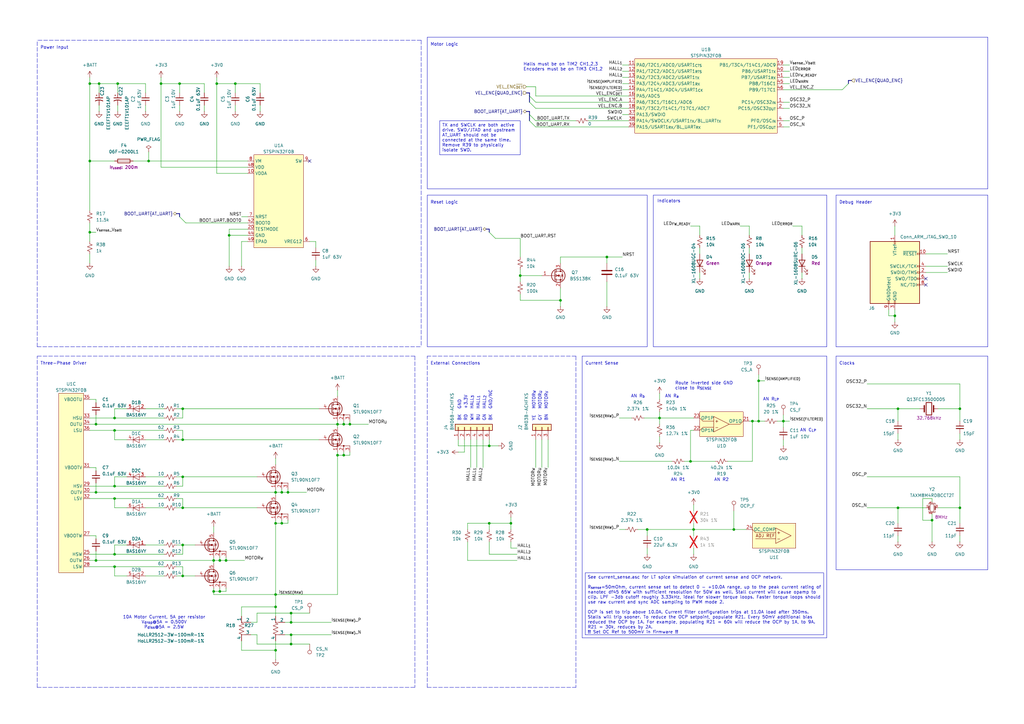
<source format=kicad_sch>
(kicad_sch (version 20250114) (generator "eeschema") (generator_version "9.0")
  (paper "A3")
  (rectangle (start 238.76 146.05) (end 339.09 261.62))
  (rectangle (start 175.26 15.24) (end 405.13 77.47))
  (rectangle (start 267.97 80.01) (end 339.09 142.24))
  (rectangle (start 342.9 146.05) (end 405.13 233.68))
  (rectangle (start 342.9 80.01) (end 405.13 142.24))
  (rectangle (start 175.26 80.01) (end 265.43 142.24))
  (text "Halls must be on TIM2 CH1,2,3\nEncoders must be on TIM3 CH1,2" (at 214.63 29.21 0) (effects (font (size 1.27 1.27)) (justify left bottom)))
  (text "GN	HALL_{2}" (at 199.39 172.72 90) (effects (font (size 1.27 1.27)) (justify left bottom)))
  (text "Route inverted side GND\nclose to R_{SENSE}" (at 276.86 160.02 0) (effects (font (size 1.27 1.27)) (justify left bottom)))
  (text "Indicators" (at 274.32 82.55 0) (effects (font (size 1.27 1.27))))
  (text "Three-Phase Driver" (at 16.51 149.86 0) (effects (font (size 1.27 1.27)) (justify left bottom)))
  (text "RD	+3.3V" (at 191.77 172.72 90) (effects (font (size 1.27 1.27)) (justify left bottom)))
  (text "GY	MOTOR_{U}" (at 222.25 172.72 90) (effects (font (size 1.27 1.27)) (justify left bottom)))
  (text "AN C_{LP}" (at 331.47 176.53 0) (effects (font (size 1.27 1.27))))
  (text "WH	HALL_{3}" (at 194.31 172.72 90) (effects (font (size 1.27 1.27)) (justify left bottom)))
  (text "AN R2" (at 295.91 196.85 0) (effects (font (size 1.27 1.27))))
  (text "AN R_{a}" (at 275.59 162.56 0) (effects (font (size 1.27 1.27))))
  (text "BK	GND" (at 189.23 172.72 90) (effects (font (size 1.27 1.27)) (justify left bottom)))
  (text "10A Motor Current, 5A per resistor\nV_{drop}@5A = 0.500V\nP_{diss}@5A = 2.5W" (at 67.31 255.27 0) (effects (font (size 1.27 1.27))))
  (text "AN R1" (at 278.13 196.85 0) (effects (font (size 1.27 1.27))))
  (text "BK	GND/NC" (at 201.93 172.72 90) (effects (font (size 1.27 1.27)) (justify left bottom)))
  (text "Power Input" (at 16.51 20.32 0) (effects (font (size 1.27 1.27)) (justify left bottom)))
  (text "AN R_{LP}" (at 316.23 163.83 0) (effects (font (size 1.27 1.27))))
  (text "BN	MOTOR_{V}" (at 224.79 172.72 90) (effects (font (size 1.27 1.27)) (justify left bottom)))
  (text "YE	MOTOR_{W}" (at 219.71 172.72 90) (effects (font (size 1.27 1.27)) (justify left bottom)))
  (text "AN R_{b}" (at 261.62 162.56 0) (effects (font (size 1.27 1.27))))
  (text "Current Sense" (at 240.03 149.86 0) (effects (font (size 1.27 1.27)) (justify left bottom)))
  (text "Motor Logic" (at 176.53 19.05 0) (effects (font (size 1.27 1.27)) (justify left bottom)))
  (text "External Connections" (at 176.53 149.86 0) (effects (font (size 1.27 1.27)) (justify left bottom)))
  (text "Debug Header" (at 344.17 83.82 0) (effects (font (size 1.27 1.27)) (justify left bottom)))
  (text "Clocks" (at 344.17 149.86 0) (effects (font (size 1.27 1.27)) (justify left bottom)))
  (text "Reset Logic" (at 176.53 83.82 0) (effects (font (size 1.27 1.27)) (justify left bottom)))
  (text "BU	HALL_{1}" (at 196.85 172.72 90) (effects (font (size 1.27 1.27)) (justify left bottom)))
  (text_box "See current_sense.asc for LT spice simulation of current sense and OCP network.\n\nR_{sense}=50mOhm, current sense set to detect 0 - +10.0A range, up to the peak current rating of nanotec df45 65W with sufficient resolution for 50W as well. Stall current will cause opamp to clip. LPF -3db cutoff roughly 3.33kHz, ideal for slower torque loops. Faster torque loops should use raw current and sync ADC sampling to PWM mode 2.\n\nOCP is set to trip above 10.0A. Current filter configuration trips at 11.0A load after 350ms. Stalls will trip sooner. To reduce the OCP setpoint, populate R21. Every 50mV additional bias reduced the OCP by 1A. For example, populating R21 = 60k will reduce the OCP by 1A, to 9A. R21 = 30k, reduces by 2A.\n!! Set OC Ref to 500mV in firmware !!" (at 240.03 234.95 0) (size 97.79 25.4) (margins 0.9525 0.9525 0.9525 0.9525) (effects (font (size 1.27 1.27)) (justify left top)))
  (text_box "TX and SWCLK are both active drive. SWD/JTAD and upstream AT_UART should not be connected at the same time. Remove R39 to physically isolate SWD." (at 180.34 49.53 0) (size 33.02 13.97) (margins 0.9525 0.9525 0.9525 0.9525) (effects (font (size 1.27 1.27)) (justify left top)))
  (junction (at 74.93 180.34))
  (junction (at 200.66 182.88))
  (junction (at 119.38 255.27))
  (junction (at 39.37 229.87))
  (junction (at 87.63 242.57))
  (junction (at 270.51 171.45))
  (junction (at 113.03 248.92))
  (junction (at 119.38 260.35))
  (junction (at 96.52 34.29))
  (junction (at 46.99 199.39))
  (junction (at 138.43 173.99))
  (junction (at 368.3 167.64))
  (junction (at 118.11 201.93))
  (junction (at 368.3 208.28))
  (junction (at 119.38 251.46))
  (junction (at 40.64 34.29))
  (junction (at 36.83 95.25))
  (junction (at 48.26 34.29))
  (junction (at 39.37 173.99))
  (junction (at 46.99 232.41))
  (junction (at 87.63 229.87))
  (junction (at 115.57 201.93))
  (junction (at 321.31 172.72))
  (junction (at 138.43 186.69))
  (junction (at 90.17 229.87))
  (junction (at 36.83 66.04))
  (junction (at 248.92 105.41))
  (junction (at 74.93 195.58))
  (junction (at 74.93 223.52))
  (junction (at 209.55 214.63))
  (junction (at 382.27 213.36))
  (junction (at 308.61 172.72))
  (junction (at 265.43 217.17))
  (junction (at 90.17 242.57))
  (junction (at 60.96 66.04))
  (junction (at 311.15 156.21))
  (junction (at 143.51 173.99))
  (junction (at 92.71 229.87))
  (junction (at 393.7 208.28))
  (junction (at 200.66 214.63))
  (junction (at 284.48 217.17))
  (junction (at 213.36 113.03))
  (junction (at 393.7 167.64))
  (junction (at 93.98 96.52))
  (junction (at 46.99 171.45))
  (junction (at 115.57 214.63))
  (junction (at 66.04 34.29))
  (junction (at 367.03 129.54))
  (junction (at 140.97 186.69))
  (junction (at 113.03 214.63))
  (junction (at 119.38 264.16))
  (junction (at 46.99 204.47))
  (junction (at 46.99 227.33))
  (junction (at 39.37 201.93))
  (junction (at 283.21 189.23))
  (junction (at 74.93 236.22))
  (junction (at 113.03 266.7))
  (junction (at 88.9 34.29))
  (junction (at 74.93 167.64))
  (junction (at 300.99 217.17))
  (junction (at 113.03 201.93))
  (junction (at 73.66 34.29))
  (junction (at 140.97 173.99))
  (junction (at 229.87 123.19))
  (junction (at 46.99 176.53))
  (junction (at 74.93 208.28))
  (junction (at 311.15 172.72))
  (junction (at 36.83 34.29))
  (junction (at 113.03 243.84))
  (no_connect (at 379.73 116.84))
  (no_connect (at 127 66.04))
  (no_connect (at 379.73 114.3))
  (bus_entry (at 217.17 41.91) (size 2.54 2.54))
  (bus_entry (at 73.66 88.9) (size 2.54 2.54))
  (bus_entry (at 347.98 34.29) (size -2.54 2.54))
  (bus_entry (at 200.66 95.25) (size 2.54 2.54))
  (bus_entry (at 217.17 39.37) (size 2.54 2.54))
  (bus_entry (at 217.17 49.53) (size 2.54 2.54))
  (bus_entry (at 217.17 46.99) (size 2.54 2.54))
  (wire (pts (xy 113.03 201.93) (xy 115.57 201.93)))
  (wire (pts (xy 74.93 208.28) (xy 105.41 208.28)))
  (wire (pts (xy 72.39 167.64) (xy 74.93 167.64)))
  (wire (pts (xy 187.96 182.88) (xy 200.66 182.88)))
  (wire (pts (xy 311.15 153.67) (xy 311.15 156.21)))
  (wire (pts (xy 72.39 195.58) (xy 74.93 195.58)))
  (wire (pts (xy 36.83 95.25) (xy 36.83 99.06)))
  (wire (pts (xy 219.71 52.07) (xy 257.81 52.07)))
  (bus (pts (xy 217.17 45.72) (xy 217.17 46.99)))
  (wire (pts (xy 321.31 180.34) (xy 321.31 182.88)))
  (wire (pts (xy 328.93 92.71) (xy 328.93 96.52)))
  (wire (pts (xy 229.87 118.11) (xy 229.87 123.19)))
  (wire (pts (xy 39.37 229.87) (xy 87.63 229.87)))
  (wire (pts (xy 209.55 214.63) (xy 209.55 217.17)))
  (wire (pts (xy 209.55 214.63) (xy 200.66 214.63)))
  (wire (pts (xy 72.39 199.39) (xy 74.93 199.39)))
  (polyline (pts (xy 170.18 146.05) (xy 170.18 281.94)) (stroke (width 0) (type dash)))
  (wire (pts (xy 39.37 173.99) (xy 138.43 173.99)))
  (wire (pts (xy 270.51 171.45) (xy 270.51 173.99)))
  (wire (pts (xy 60.96 62.23) (xy 60.96 66.04)))
  (wire (pts (xy 52.07 167.64) (xy 46.99 167.64)))
  (wire (pts (xy 113.03 243.84) (xy 113.03 214.63)))
  (wire (pts (xy 90.17 241.3) (xy 90.17 242.57)))
  (wire (pts (xy 393.7 157.48) (xy 393.7 167.64)))
  (wire (pts (xy 36.83 66.04) (xy 46.99 66.04)))
  (wire (pts (xy 93.98 96.52) (xy 93.98 109.22)))
  (wire (pts (xy 102.87 260.35) (xy 105.41 260.35)))
  (wire (pts (xy 248.92 105.41) (xy 255.27 105.41)))
  (wire (pts (xy 311.15 172.72) (xy 313.69 172.72)))
  (wire (pts (xy 40.64 34.29) (xy 40.64 38.1)))
  (wire (pts (xy 40.64 34.29) (xy 48.26 34.29)))
  (wire (pts (xy 213.36 123.19) (xy 229.87 123.19)))
  (wire (pts (xy 138.43 172.72) (xy 138.43 173.99)))
  (wire (pts (xy 280.67 189.23) (xy 283.21 189.23)))
  (wire (pts (xy 73.66 43.18) (xy 73.66 45.72)))
  (wire (pts (xy 378.46 213.36) (xy 382.27 213.36)))
  (wire (pts (xy 219.71 39.37) (xy 257.81 39.37)))
  (polyline (pts (xy 15.24 142.24) (xy 172.72 142.24)) (stroke (width 0) (type dash)))
  (wire (pts (xy 46.99 171.45) (xy 67.31 171.45)))
  (wire (pts (xy 283.21 92.71) (xy 287.02 92.71)))
  (wire (pts (xy 96.52 34.29) (xy 88.9 34.29)))
  (wire (pts (xy 367.03 129.54) (xy 367.03 132.08)))
  (wire (pts (xy 264.16 171.45) (xy 270.51 171.45)))
  (wire (pts (xy 213.36 120.65) (xy 213.36 123.19)))
  (wire (pts (xy 355.6 208.28) (xy 368.3 208.28)))
  (wire (pts (xy 36.83 95.25) (xy 39.37 95.25)))
  (wire (pts (xy 48.26 34.29) (xy 59.69 34.29)))
  (wire (pts (xy 213.36 97.79) (xy 213.36 105.41)))
  (wire (pts (xy 384.81 208.28) (xy 393.7 208.28)))
  (wire (pts (xy 99.06 252.73) (xy 99.06 248.92)))
  (wire (pts (xy 39.37 201.93) (xy 39.37 198.12)))
  (bus (pts (xy 217.17 38.1) (xy 217.17 39.37)))
  (wire (pts (xy 87.63 215.9) (xy 87.63 218.44)))
  (wire (pts (xy 72.39 204.47) (xy 74.93 204.47)))
  (polyline (pts (xy 170.18 146.05) (xy 15.24 146.05)) (stroke (width 0) (type dash)))
  (wire (pts (xy 105.41 251.46) (xy 119.38 251.46)))
  (wire (pts (xy 52.07 195.58) (xy 46.99 195.58)))
  (wire (pts (xy 115.57 201.93) (xy 118.11 201.93)))
  (wire (pts (xy 74.93 167.64) (xy 130.81 167.64)))
  (bus (pts (xy 73.66 87.63) (xy 73.66 88.9)))
  (wire (pts (xy 384.81 167.64) (xy 393.7 167.64)))
  (wire (pts (xy 283.21 176.53) (xy 283.21 189.23)))
  (wire (pts (xy 59.69 208.28) (xy 67.31 208.28)))
  (wire (pts (xy 191.77 222.25) (xy 191.77 229.87)))
  (wire (pts (xy 382.27 205.74) (xy 382.27 204.47)))
  (wire (pts (xy 52.07 180.34) (xy 46.99 180.34)))
  (wire (pts (xy 96.52 34.29) (xy 96.52 38.1)))
  (wire (pts (xy 48.26 43.18) (xy 48.26 45.72)))
  (wire (pts (xy 321.31 49.53) (xy 323.85 49.53)))
  (wire (pts (xy 113.03 214.63) (xy 115.57 214.63)))
  (wire (pts (xy 46.99 176.53) (xy 67.31 176.53)))
  (wire (pts (xy 224.79 191.77) (xy 224.79 180.34)))
  (wire (pts (xy 119.38 255.27) (xy 135.89 255.27)))
  (wire (pts (xy 74.93 195.58) (xy 74.93 199.39)))
  (polyline (pts (xy 175.26 281.94) (xy 236.22 281.94)) (stroke (width 0) (type dash)))
  (wire (pts (xy 99.06 99.06) (xy 99.06 109.22)))
  (wire (pts (xy 138.43 186.69) (xy 138.43 243.84)))
  (polyline (pts (xy 15.24 281.94) (xy 15.24 146.05)) (stroke (width 0) (type dash)))
  (wire (pts (xy 321.31 34.29) (xy 323.85 34.29)))
  (wire (pts (xy 212.09 229.87) (xy 191.77 229.87)))
  (wire (pts (xy 92.71 228.6) (xy 92.71 229.87)))
  (wire (pts (xy 270.51 171.45) (xy 284.48 171.45)))
  (wire (pts (xy 213.36 113.03) (xy 213.36 115.57)))
  (wire (pts (xy 99.06 248.92) (xy 113.03 248.92)))
  (wire (pts (xy 138.43 160.02) (xy 138.43 162.56)))
  (wire (pts (xy 382.27 213.36) (xy 382.27 222.25)))
  (wire (pts (xy 254 171.45) (xy 259.08 171.45)))
  (wire (pts (xy 318.77 172.72) (xy 321.31 172.72)))
  (wire (pts (xy 74.93 204.47) (xy 74.93 208.28)))
  (wire (pts (xy 92.71 229.87) (xy 100.33 229.87)))
  (wire (pts (xy 143.51 172.72) (xy 143.51 173.99)))
  (polyline (pts (xy 15.24 281.94) (xy 170.18 281.94)) (stroke (width 0) (type dash)))
  (wire (pts (xy 127 99.06) (xy 129.54 99.06)))
  (wire (pts (xy 321.31 172.72) (xy 321.31 175.26)))
  (wire (pts (xy 191.77 214.63) (xy 191.77 217.17)))
  (polyline (pts (xy 236.22 146.05) (xy 236.22 281.94)) (stroke (width 0) (type dash)))
  (wire (pts (xy 257.81 34.29) (xy 255.27 34.29)))
  (wire (pts (xy 368.3 214.63) (xy 368.3 208.28)))
  (wire (pts (xy 87.63 229.87) (xy 90.17 229.87)))
  (wire (pts (xy 119.38 251.46) (xy 127 251.46)))
  (wire (pts (xy 99.06 88.9) (xy 101.6 88.9)))
  (wire (pts (xy 212.09 227.33) (xy 200.66 227.33)))
  (wire (pts (xy 105.41 260.35) (xy 105.41 264.16)))
  (wire (pts (xy 284.48 207.01) (xy 284.48 209.55)))
  (wire (pts (xy 219.71 41.91) (xy 257.81 41.91)))
  (wire (pts (xy 321.31 44.45) (xy 323.85 44.45)))
  (wire (pts (xy 222.25 191.77) (xy 222.25 180.34)))
  (wire (pts (xy 129.54 106.68) (xy 129.54 109.22)))
  (wire (pts (xy 200.66 182.88) (xy 204.47 182.88)))
  (wire (pts (xy 119.38 264.16) (xy 119.38 260.35)))
  (wire (pts (xy 88.9 34.29) (xy 88.9 71.12)))
  (polyline (pts (xy 236.22 146.05) (xy 175.26 146.05)) (stroke (width 0) (type dash)))
  (wire (pts (xy 229.87 105.41) (xy 229.87 107.95)))
  (wire (pts (xy 106.68 43.18) (xy 106.68 45.72)))
  (wire (pts (xy 200.66 214.63) (xy 200.66 217.17)))
  (wire (pts (xy 368.3 219.71) (xy 368.3 222.25)))
  (wire (pts (xy 379.73 111.76) (xy 388.62 111.76)))
  (wire (pts (xy 212.09 224.79) (xy 209.55 224.79)))
  (wire (pts (xy 118.11 213.36) (xy 118.11 214.63)))
  (wire (pts (xy 119.38 260.35) (xy 135.89 260.35)))
  (wire (pts (xy 36.83 171.45) (xy 46.99 171.45)))
  (wire (pts (xy 308.61 172.72) (xy 308.61 189.23)))
  (wire (pts (xy 74.93 176.53) (xy 74.93 180.34)))
  (wire (pts (xy 113.03 187.96) (xy 113.03 190.5)))
  (wire (pts (xy 118.11 200.66) (xy 118.11 201.93)))
  (wire (pts (xy 115.57 213.36) (xy 115.57 214.63)))
  (wire (pts (xy 307.34 172.72) (xy 308.61 172.72)))
  (wire (pts (xy 90.17 242.57) (xy 87.63 242.57)))
  (wire (pts (xy 287.02 111.76) (xy 287.02 114.3)))
  (wire (pts (xy 87.63 229.87) (xy 87.63 231.14)))
  (wire (pts (xy 48.26 34.29) (xy 48.26 38.1)))
  (wire (pts (xy 308.61 172.72) (xy 311.15 172.72)))
  (wire (pts (xy 36.83 31.75) (xy 36.83 34.29)))
  (wire (pts (xy 59.69 34.29) (xy 59.69 38.1)))
  (wire (pts (xy 393.7 167.64) (xy 393.7 172.72)))
  (wire (pts (xy 368.3 208.28) (xy 379.73 208.28)))
  (wire (pts (xy 74.93 180.34) (xy 130.81 180.34)))
  (polyline (pts (xy 172.72 16.51) (xy 172.72 142.24)) (stroke (width 0) (type dash)))
  (wire (pts (xy 72.39 227.33) (xy 74.93 227.33)))
  (wire (pts (xy 125.73 201.93) (xy 118.11 201.93)))
  (wire (pts (xy 88.9 31.75) (xy 88.9 34.29)))
  (wire (pts (xy 74.93 223.52) (xy 80.01 223.52)))
  (wire (pts (xy 187.96 185.42) (xy 190.5 185.42)))
  (wire (pts (xy 46.99 180.34) (xy 46.99 176.53)))
  (wire (pts (xy 219.71 191.77) (xy 219.71 180.34)))
  (wire (pts (xy 101.6 96.52) (xy 93.98 96.52)))
  (wire (pts (xy 355.6 157.48) (xy 393.7 157.48)))
  (wire (pts (xy 254 217.17) (xy 256.54 217.17)))
  (wire (pts (xy 248.92 105.41) (xy 248.92 107.95)))
  (wire (pts (xy 99.06 262.89) (xy 99.06 266.7)))
  (wire (pts (xy 270.51 161.29) (xy 270.51 163.83)))
  (wire (pts (xy 311.15 156.21) (xy 311.15 172.72)))
  (wire (pts (xy 66.04 34.29) (xy 73.66 34.29)))
  (wire (pts (xy 393.7 208.28) (xy 393.7 214.63)))
  (wire (pts (xy 113.03 248.92) (xy 113.03 252.73)))
  (wire (pts (xy 129.54 99.06) (xy 129.54 101.6)))
  (wire (pts (xy 59.69 167.64) (xy 67.31 167.64)))
  (wire (pts (xy 93.98 93.98) (xy 93.98 96.52)))
  (wire (pts (xy 321.31 31.75) (xy 323.85 31.75)))
  (wire (pts (xy 96.52 34.29) (xy 106.68 34.29)))
  (wire (pts (xy 138.43 173.99) (xy 140.97 173.99)))
  (wire (pts (xy 113.03 243.84) (xy 113.03 248.92)))
  (wire (pts (xy 368.3 167.64) (xy 368.3 172.72)))
  (wire (pts (xy 287.02 92.71) (xy 287.02 96.52)))
  (wire (pts (xy 382.27 204.47) (xy 378.46 204.47)))
  (wire (pts (xy 379.73 109.22) (xy 388.62 109.22)))
  (wire (pts (xy 105.41 264.16) (xy 119.38 264.16)))
  (wire (pts (xy 209.55 222.25) (xy 209.55 224.79)))
  (wire (pts (xy 382.27 210.82) (xy 382.27 213.36)))
  (wire (pts (xy 46.99 208.28) (xy 52.07 208.28)))
  (wire (pts (xy 72.39 236.22) (xy 74.93 236.22)))
  (wire (pts (xy 72.39 171.45) (xy 74.93 171.45)))
  (bus (pts (xy 347.98 33.02) (xy 347.98 34.29)))
  (wire (pts (xy 46.99 223.52) (xy 46.99 227.33)))
  (wire (pts (xy 36.83 66.04) (xy 36.83 86.36)))
  (wire (pts (xy 113.03 262.89) (xy 113.03 266.7)))
  (wire (pts (xy 213.36 113.03) (xy 222.25 113.03)))
  (wire (pts (xy 203.2 97.79) (xy 213.36 97.79)))
  (wire (pts (xy 74.93 167.64) (xy 74.93 171.45)))
  (wire (pts (xy 284.48 217.17) (xy 300.99 217.17)))
  (wire (pts (xy 257.81 36.83) (xy 255.27 36.83)))
  (wire (pts (xy 90.17 242.57) (xy 92.71 242.57)))
  (wire (pts (xy 307.34 101.6) (xy 307.34 104.14)))
  (wire (pts (xy 76.2 91.44) (xy 101.6 91.44)))
  (wire (pts (xy 73.66 34.29) (xy 83.82 34.29)))
  (wire (pts (xy 241.3 49.53) (xy 257.81 49.53)))
  (wire (pts (xy 255.27 31.75) (xy 257.81 31.75)))
  (wire (pts (xy 368.3 167.64) (xy 377.19 167.64)))
  (bus (pts (xy 215.9 45.72) (xy 217.17 45.72)))
  (wire (pts (xy 140.97 172.72) (xy 140.97 173.99)))
  (wire (pts (xy 46.99 232.41) (xy 67.31 232.41)))
  (wire (pts (xy 255.27 29.21) (xy 257.81 29.21)))
  (wire (pts (xy 307.34 111.76) (xy 307.34 114.3)))
  (wire (pts (xy 328.93 101.6) (xy 328.93 104.14)))
  (wire (pts (xy 187.96 180.34) (xy 187.96 182.88)))
  (bus (pts (xy 217.17 46.99) (xy 217.17 49.53)))
  (polyline (pts (xy 172.72 16.51) (xy 15.24 16.51)) (stroke (width 0) (type dash)))
  (wire (pts (xy 321.31 29.21) (xy 323.85 29.21)))
  (wire (pts (xy 36.83 34.29) (xy 40.64 34.29)))
  (wire (pts (xy 328.93 111.76) (xy 328.93 114.3)))
  (wire (pts (xy 303.53 92.71) (xy 307.34 92.71)))
  (wire (pts (xy 46.99 195.58) (xy 46.99 199.39)))
  (wire (pts (xy 113.03 200.66) (xy 113.03 201.93)))
  (wire (pts (xy 378.46 204.47) (xy 378.46 213.36)))
  (wire (pts (xy 88.9 71.12) (xy 101.6 71.12)))
  (wire (pts (xy 198.12 191.77) (xy 198.12 180.34)))
  (wire (pts (xy 379.73 104.14) (xy 388.62 104.14)))
  (wire (pts (xy 113.03 201.93) (xy 113.03 203.2)))
  (wire (pts (xy 265.43 217.17) (xy 284.48 217.17)))
  (wire (pts (xy 36.83 219.71) (xy 39.37 219.71)))
  (wire (pts (xy 283.21 176.53) (xy 284.48 176.53)))
  (wire (pts (xy 36.83 201.93) (xy 39.37 201.93)))
  (wire (pts (xy 138.43 185.42) (xy 138.43 186.69)))
  (bus (pts (xy 200.66 93.98) (xy 200.66 95.25)))
  (polyline (pts (xy 15.24 142.24) (xy 15.24 16.51)) (stroke (width 0) (type dash)))
  (wire (pts (xy 215.9 35.56) (xy 219.71 35.56)))
  (wire (pts (xy 39.37 201.93) (xy 113.03 201.93)))
  (wire (pts (xy 321.31 36.83) (xy 345.44 36.83)))
  (wire (pts (xy 393.7 195.58) (xy 393.7 208.28)))
  (wire (pts (xy 113.03 266.7) (xy 113.03 270.51)))
  (wire (pts (xy 39.37 191.77) (xy 39.37 193.04)))
  (wire (pts (xy 367.03 92.71) (xy 367.03 96.52)))
  (wire (pts (xy 46.99 199.39) (xy 67.31 199.39)))
  (wire (pts (xy 355.6 195.58) (xy 393.7 195.58)))
  (wire (pts (xy 74.93 223.52) (xy 74.93 227.33)))
  (wire (pts (xy 36.83 199.39) (xy 46.99 199.39)))
  (wire (pts (xy 138.43 186.69) (xy 140.97 186.69)))
  (wire (pts (xy 101.6 93.98) (xy 93.98 93.98)))
  (wire (pts (xy 325.12 92.71) (xy 328.93 92.71)))
  (wire (pts (xy 87.63 241.3) (xy 87.63 242.57)))
  (wire (pts (xy 119.38 264.16) (xy 127 264.16)))
  (wire (pts (xy 39.37 163.83) (xy 39.37 165.1)))
  (wire (pts (xy 209.55 212.09) (xy 209.55 214.63)))
  (wire (pts (xy 368.3 177.8) (xy 368.3 180.34)))
  (wire (pts (xy 72.39 176.53) (xy 74.93 176.53)))
  (wire (pts (xy 143.51 173.99) (xy 151.13 173.99)))
  (bus (pts (xy 349.25 33.02) (xy 347.98 33.02)))
  (wire (pts (xy 140.97 185.42) (xy 140.97 186.69)))
  (wire (pts (xy 119.38 251.46) (xy 119.38 255.27)))
  (polyline (pts (xy 175.26 281.94) (xy 175.26 146.05)) (stroke (width 0) (type dash)))
  (wire (pts (xy 36.83 227.33) (xy 46.99 227.33)))
  (wire (pts (xy 364.49 127) (xy 364.49 129.54)))
  (wire (pts (xy 66.04 68.58) (xy 101.6 68.58)))
  (wire (pts (xy 367.03 127) (xy 367.03 129.54)))
  (wire (pts (xy 270.51 179.07) (xy 270.51 181.61)))
  (wire (pts (xy 105.41 255.27) (xy 105.41 251.46)))
  (wire (pts (xy 83.82 34.29) (xy 83.82 38.1)))
  (wire (pts (xy 284.48 217.17) (xy 284.48 219.71)))
  (bus (pts (xy 72.39 87.63) (xy 73.66 87.63)))
  (wire (pts (xy 59.69 236.22) (xy 67.31 236.22)))
  (wire (pts (xy 219.71 44.45) (xy 257.81 44.45)))
  (wire (pts (xy 248.92 115.57) (xy 248.92 125.73)))
  (wire (pts (xy 313.69 156.21) (xy 311.15 156.21)))
  (wire (pts (xy 219.71 49.53) (xy 236.22 49.53)))
  (wire (pts (xy 74.93 236.22) (xy 80.01 236.22)))
  (wire (pts (xy 393.7 219.71) (xy 393.7 222.25)))
  (wire (pts (xy 83.82 43.18) (xy 83.82 45.72)))
  (wire (pts (xy 36.83 163.83) (xy 39.37 163.83)))
  (wire (pts (xy 59.69 223.52) (xy 67.31 223.52)))
  (wire (pts (xy 393.7 177.8) (xy 393.7 180.34)))
  (wire (pts (xy 39.37 173.99) (xy 39.37 170.18)))
  (wire (pts (xy 36.83 229.87) (xy 39.37 229.87)))
  (wire (pts (xy 213.36 110.49) (xy 213.36 113.03)))
  (wire (pts (xy 140.97 186.69) (xy 143.51 186.69)))
  (wire (pts (xy 90.17 228.6) (xy 90.17 229.87)))
  (wire (pts (xy 287.02 101.6) (xy 287.02 104.14)))
  (wire (pts (xy 46.99 227.33) (xy 67.31 227.33)))
  (bus (pts (xy 199.39 93.98) (xy 200.66 93.98)))
  (wire (pts (xy 54.61 66.04) (xy 60.96 66.04)))
  (bus (pts (xy 215.9 38.1) (xy 217.17 38.1)))
  (wire (pts (xy 307.34 96.52) (xy 307.34 92.71)))
  (wire (pts (xy 265.43 224.79) (xy 265.43 227.33)))
  (wire (pts (xy 298.45 189.23) (xy 308.61 189.23)))
  (wire (pts (xy 364.49 129.54) (xy 367.03 129.54)))
  (wire (pts (xy 300.99 209.55) (xy 300.99 217.17)))
  (wire (pts (xy 52.07 236.22) (xy 46.99 236.22)))
  (wire (pts (xy 321.31 172.72) (xy 323.85 172.72)))
  (wire (pts (xy 72.39 223.52) (xy 74.93 223.52)))
  (wire (pts (xy 36.83 173.99) (xy 39.37 173.99)))
  (wire (pts (xy 200.66 214.63) (xy 191.77 214.63)))
  (wire (pts (xy 99.06 266.7) (xy 113.03 266.7)))
  (wire (pts (xy 254 189.23) (xy 275.59 189.23)))
  (wire (pts (xy 72.39 232.41) (xy 74.93 232.41)))
  (wire (pts (xy 60.96 66.04) (xy 101.6 66.04)))
  (wire (pts (xy 321.31 41.91) (xy 323.85 41.91)))
  (wire (pts (xy 283.21 189.23) (xy 293.37 189.23)))
  (wire (pts (xy 72.39 208.28) (xy 74.93 208.28)))
  (wire (pts (xy 321.31 52.07) (xy 323.85 52.07)))
  (wire (pts (xy 46.99 208.28) (xy 46.99 204.47)))
  (wire (pts (xy 140.97 173.99) (xy 143.51 173.99)))
  (wire (pts (xy 102.87 255.27) (xy 105.41 255.27)))
  (wire (pts (xy 113.03 243.84) (xy 87.63 243.84)))
  (wire (pts (xy 138.43 173.99) (xy 138.43 175.26)))
  (wire (pts (xy 300.99 217.17) (xy 306.07 217.17)))
  (wire (pts (xy 190.5 185.42) (xy 190.5 180.34)))
  (wire (pts (xy 74.93 195.58) (xy 105.41 195.58)))
  (wire (pts (xy 355.6 167.64) (xy 368.3 167.64)))
  (wire (pts (xy 115.57 214.63) (xy 118.11 214.63)))
  (wire (pts (xy 143.51 185.42) (xy 143.51 186.69)))
  (wire (pts (xy 229.87 123.19) (xy 229.87 125.73)))
  (wire (pts (xy 200.66 222.25) (xy 200.66 227.33)))
  (wire (pts (xy 113.03 213.36) (xy 113.03 214.63)))
  (wire (pts (xy 36.83 191.77) (xy 39.37 191.77)))
  (wire (pts (xy 46.99 167.64) (xy 46.99 171.45)))
  (wire (pts (xy 113.03 243.84) (xy 138.43 243.84)))
  (wire (pts (xy 255.27 26.67) (xy 257.81 26.67)))
  (wire (pts (xy 321.31 170.18) (xy 321.31 172.72)))
  (wire (pts (xy 36.83 34.29) (xy 36.83 66.04)))
  (bus (pts (xy 217.17 39.37) (xy 217.17 41.91)))
  (wire (pts (xy 36.83 176.53) (xy 46.99 176.53)))
  (wire (pts (xy 46.99 204.47) (xy 67.31 204.47)))
  (wire (pts (xy 96.52 43.18) (xy 96.52 45.72)))
  (wire (pts (xy 87.63 228.6) (xy 87.63 229.87)))
  (wire (pts (xy 90.17 229.87) (xy 92.71 229.87)))
  (wire (pts (xy 59.69 43.18) (xy 59.69 45.72)))
  (wire (pts (xy 36.83 104.14) (xy 36.83 107.95)))
  (wire (pts (xy 36.83 232.41) (xy 46.99 232.41)))
  (wire (pts (xy 261.62 217.17) (xy 265.43 217.17)))
  (wire (pts (xy 255.27 46.99) (xy 257.81 46.99)))
  (wire (pts (xy 66.04 34.29) (xy 66.04 68.58)))
  (wire (pts (xy 229.87 105.41) (xy 248.92 105.41)))
  (wire (pts (xy 46.99 236.22) (xy 46.99 232.41)))
  (wire (pts (xy 66.04 31.75) (xy 66.04 34.29)))
  (wire (pts (xy 270.51 171.45) (xy 270.51 168.91)))
  (wire (pts (xy 101.6 99.06) (xy 99.06 99.06)))
  (wire (pts (xy 116.84 260.35) (xy 119.38 260.35)))
  (wire (pts (xy 265.43 217.17) (xy 265.43 219.71)))
  (wire (pts (xy 73.66 34.29) (xy 73.66 38.1)))
  (wire (pts (xy 39.37 219.71) (xy 39.37 220.98)))
  (wire (pts (xy 39.37 229.87) (xy 39.37 226.06)))
  (wire (pts (xy 36.83 91.44) (xy 36.83 95.25)))
  (wire (pts (xy 321.31 26.67) (xy 323.85 26.67)))
  (wire (pts (xy 195.58 191.77) (xy 195.58 180.34)))
  (wire (pts (xy 52.07 223.52) (xy 46.99 223.52)))
  (wire (pts (xy 115.57 200.66) (xy 115.57 201.93)))
  (wire (pts (xy 74.93 232.41) (xy 74.93 236.22)))
  (wire (pts (xy 92.71 241.3) (xy 92.71 242.57)))
  (wire (pts (xy 116.84 255.27) (xy 119.38 255.27)))
  (wire (pts (xy 200.66 182.88) (xy 200.66 180.34)))
  (wire (pts (xy 284.48 214.63) (xy 284.48 217.17)))
  (wire (pts (xy 87.63 242.57) (xy 87.63 243.84)))
  (wire (pts (xy 72.39 180.34) (xy 74.93 180.34)))
  (wire (pts (xy 219.71 35.56) (xy 219.71 39.37)))
  (wire (pts (xy 193.04 191.77) (xy 193.04 180.34)))
  (wire (pts (xy 40.64 43.18) (xy 40.64 45.72)))
  (wire (pts (xy 36.83 204.47) (xy 46.99 204.47)))
  (wire (pts (xy 106.68 34.29) (xy 106.68 38.1)))
  (wire (pts (xy 59.69 195.58) (xy 67.31 195.58)))
  (wire (pts (xy 59.69 180.34) (xy 67.31 180.34)))
  (wire (pts (xy 284.48 224.79) (xy 284.48 227.33)))
  (label "LED_{WARN}" (at 323.85 34.29 0))
  (label "OSC_N" (at 355.6 208.28 180))
  (label "HALL_{1}" (at 212.09 224.79 0))
  (label "MOTOR_{U}" (at 151.13 173.99 0))
  (label "OSC32_N" (at 323.85 44.45 0))
  (label "LED_{FW_READY}" (at 323.85 31.75 0))
  (label "NRST" (at 99.06 88.9 180))
  (label "LED_{ERROR}" (at 323.85 29.21 0))
  (label "I_{SENSE(RAW)}_P" (at 135.89 255.27 0))
  (label "I_{SENSE(RAW)}_N" (at 135.89 260.35 0))
  (label "I_{SENSE(RAW)}_P" (at 254 171.45 180))
  (label "SWCLK" (at 255.27 49.53 180))
  (label "HALL_{3}" (at 212.09 229.87 0))
  (label "NRST" (at 255.27 105.41 0))
  (label "LED_{WARN}" (at 303.53 92.71 180))
  (label "VEL_ENC_{~{DET}}" (at 255.27 39.37 180))
  (label "HALL_{2}" (at 255.27 29.21 180))
  (label "LED_{FW_READY}" (at 283.21 92.71 180))
  (label "OSC_P" (at 355.6 195.58 180))
  (label "OSC32_P" (at 355.6 157.48 180))
  (label "I_{SENSE(AMPLIFIED)}" (at 255.27 34.29 180))
  (label "BOOT_UART.BOOT0" (at 99.06 91.44 180))
  (label "OSC_P" (at 323.85 49.53 0))
  (label "HALL_{2}" (at 212.09 227.33 0))
  (label "BOOT_UART.RX" (at 233.68 52.07 180))
  (label "HALL_{1}" (at 195.58 191.77 270))
  (label "V_{sense}_V_{batt}" (at 39.37 95.25 0))
  (label "VEL_ENC.B" (at 255.27 44.45 180))
  (label "NRST" (at 388.62 104.14 0))
  (label "MOTOR_{U}" (at 222.25 191.77 270))
  (label "MOTOR_{W}" (at 100.33 229.87 0))
  (label "SWDIO" (at 255.27 46.99 180))
  (label "VEL_ENC.Z" (at 323.85 36.83 0))
  (label "VEL_ENC.A" (at 255.27 41.91 180))
  (label "MOTOR_{W}" (at 219.71 191.77 270))
  (label "OSC32_P" (at 323.85 41.91 0))
  (label "HALL_{2}" (at 198.12 191.77 270))
  (label "I_{SENSE(FILTERED)}" (at 323.85 172.72 0))
  (label "MOTOR_{V}" (at 125.73 201.93 0))
  (label "HALL_{1}" (at 255.27 26.67 180))
  (label "SWCLK" (at 388.62 109.22 0))
  (label "HALL_{3}" (at 193.04 191.77 270))
  (label "I_{SENSE(RAW)}" (at 114.3 243.84 0))
  (label "OSC32_N" (at 355.6 167.64 180))
  (label "LED_{ERROR}" (at 325.12 92.71 180))
  (label "BOOT_UART.RST" (at 213.36 97.79 0))
  (label "I_{SENSE(FILTERED)}" (at 255.27 36.83 180))
  (label "I_{SENSE(RAW)}_P" (at 254 217.17 180))
  (label "SWDIO" (at 388.62 111.76 0))
  (label "MOTOR_{V}" (at 224.79 191.77 270))
  (label "I_{SENSE(RAW)}_N" (at 254 189.23 180))
  (label "V_{sense}_V_{batt}" (at 323.85 26.67 0))
  (label "HALL_{3}" (at 255.27 31.75 180))
  (label "I_{SENSE(AMPLIFIED)}" (at 313.69 156.21 0))
  (label "OSC_N" (at 323.85 52.07 0))
  (label "BOOT_UART.TX" (at 233.68 49.53 180))
  (hierarchical_label "BOOT_UART{AT_UART}" (shape bidirectional) (at 199.39 93.98 180))
  (hierarchical_label "VEL_ENC_{~{DET}}" (shape input) (at 215.9 35.56 180))
  (hierarchical_label "VEL_ENC{QUAD_ENC}" (shape input) (at 349.25 33.02 0))
  (hierarchical_label "BOOT_UART{AT_UART}" (shape bidirectional) (at 72.39 87.63 180))
  (hierarchical_label "VEL_ENC{QUAD_ENC}" (shape input) (at 215.9 38.1 180))
  (hierarchical_label "BOOT_UART{AT_UART}" (shape bidirectional) (at 215.9 45.72 180))
  (symbol (lib_id "AT-Transistors:Q_NMOS_SGD_PowerPAK") (at 85.09 223.52 0) (unit 1)
    (property "Reference" "Q5" (at 93.98 222.2499 0) (effects (justify left)))
    (property "Value" "STL90N10F7" (at 93.98 224.7899 0) (effects (justify left)))
    (property "Footprint" "AT-Discrete:PowerFLAT_5x6" (effects (hide yes)))
    (property "Description" "N-MOSFET transistor, source/gate/drain" (effects (hide yes)))
    (property "LCSC" "C457493" (effects (hide yes)))
  )
  (symbol (lib_id "Device:C_Small") (at 39.37 195.58 0) (unit 1)
    (property "Reference" "C7" (at 41.91 191.77 0) (effects (justify left)))
    (property "Value" "0.1uF 63V" (at 41.91 194.31 0) (effects (justify left)))
    (property "Footprint" "Capacitor_SMD:C_0402_1005Metric" (effects (hide yes)))
    (property "Description" "Unpolarized capacitor, small symbol" (effects (hide yes)))
    (property "LCSC" "C131394" (effects (hide yes)))
  )
  (symbol (lib_id "Device:C_Small") (at 368.3 175.26 0) (mirror y) (unit 1)
    (property "Reference" "C18" (at 367.03 172.72 0) (effects (justify left)))
    (property "Value" "15pF" (at 367.03 177.8 0) (effects (justify left)))
    (property "Footprint" "Capacitor_SMD:C_0402_1005Metric" (effects (hide yes)))
    (property "Description" "Unpolarized capacitor, small symbol" (effects (hide yes)))
    (property "LCSC" "C86285" (effects (hide yes)))
  )
  (symbol (lib_id "Device:R_Small_US") (at 328.93 99.06 0) (unit 1)
    (property "Reference" "R16" (at 331.47 97.7899 0) (effects (justify left)))
    (property "Value" "10k" (at 331.47 100.3299 0) (effects (justify left)))
    (property "Footprint" "Resistor_SMD:R_0402_1005Metric" (effects (hide yes)))
    (property "Description" "Resistor, small US symbol" (effects (hide yes)))
    (property "LCSC" "C60490" (effects (hide yes)))
  )
  (symbol (lib_id "power:GND") (at 93.98 109.22 0) (unit 1)
    (property "Reference" "#PWR011" (effects (hide yes)))
    (property "Value" "GND" (at 93.98 114.3 0))
    (property "Description" "Power symbol creates a global label with name \"GND\" , ground" (effects (hide yes)))
  )
  (symbol (lib_id "Device:C_Small") (at 321.31 177.8 0) (unit 1)
    (property "Reference" "C11" (at 323.85 176.5362 0) (effects (justify left)))
    (property "Value" "1uF 10V" (at 323.85 179.0762 0) (effects (justify left)))
    (property "Footprint" "Capacitor_SMD:C_0402_1005Metric" (effects (hide yes)))
    (property "Description" "Unpolarized capacitor, small symbol" (effects (hide yes)))
    (property "LCSC" "C14445" (effects (hide yes)))
  )
  (symbol (lib_id "power:GND") (at 368.3 222.25 0) (unit 1)
    (property "Reference" "#PWR060" (effects (hide yes)))
    (property "Value" "GND" (at 368.3 227.33 0))
    (property "Description" "Power symbol creates a global label with name \"GND\" , ground" (effects (hide yes)))
  )
  (symbol (lib_id "power:GND") (at 367.03 132.08 0) (unit 1)
    (property "Reference" "#PWR055" (effects (hide yes)))
    (property "Value" "GND" (at 367.03 136.525 0))
    (property "Description" "Power symbol creates a global label with name \"GND\" , ground" (effects (hide yes)))
  )
  (symbol (lib_id "AT-PowerIC:STSPIN32F0B") (at 317.5 219.71 0) (unit 5)
    (property "Reference" "U1" (at 317.5 228.6 0))
    (property "Value" "STSPIN32F0B" (at 317.5 226.06 0))
    (property "Footprint" "AT-IC:QFN-48-1EP_7x7mm_P0.5mm_EP2.8x2.8mm" (effects (hide yes)))
    (property "Datasheet" "https://www.st.com/resource/en/datasheet/stspin32f0b.pdf" (effects (hide yes)))
    (property "LCSC" "C1521053" (effects (hide yes)))
  )
  (symbol (lib_id "power:GND") (at 113.03 270.51 0) (unit 1)
    (property "Reference" "#PWR017" (effects (hide yes)))
    (property "Value" "GND" (at 113.03 275.59 0))
    (property "Description" "Power symbol creates a global label with name \"GND\" , ground" (effects (hide yes)))
  )
  (symbol (lib_id "Connector_Generic:Conn_01x06") (at 193.04 175.26 90) (unit 1)
    (property "Reference" "J4" (at 182.88 176.53 0) (effects (justify left)))
    (property "Value" "BM06B-ACHFKS" (at 185.42 176.53 0) (effects (justify left)))
    (property "Footprint" "AT-Connectors:JST_ACHFR_06V" (effects (hide yes)))
    (property "Description" "Generic connector, single row, 01x06, script generated (kicad-library-utils/schlib/autogen/connector/)" (effects (hide yes)))
  )
  (symbol (lib_id "Connector_Generic:Conn_01x03") (at 222.25 175.26 90) (unit 1)
    (property "Reference" "J2" (at 213.36 176.53 0) (effects (justify left)))
    (property "Value" "BM03B-ACHFKS" (at 215.9 176.53 0) (effects (justify left)))
    (property "Footprint" "AT-Connectors:JST_ACHFR_03V" (effects (hide yes)))
    (property "Description" "Generic connector, single row, 01x03, script generated (kicad-library-utils/schlib/autogen/connector/)" (effects (hide yes)))
  )
  (symbol (lib_id "power:+3V0") (at 88.9 31.75 0) (unit 1)
    (property "Reference" "#PWR03" (effects (hide yes)))
    (property "Value" "+3V0" (at 88.9 26.67 0))
    (property "Description" "Power symbol creates a global label with name \"+3V0\"" (effects (hide yes)))
  )
  (symbol (lib_id "Connector:TestPoint") (at 321.31 170.18 0) (unit 1)
    (property "Reference" "TP4" (at 323.85 165.6079 0) (effects (justify left)))
    (property "Value" "CS_F" (at 323.85 168.1479 0) (effects (justify left)))
    (property "Footprint" "TestPoint:TestPoint_Pad_D1.5mm" (effects (hide yes)))
    (property "Description" "test point" (effects (hide yes)))
  )
  (symbol (lib_id "power:GND") (at 368.3 180.34 0) (unit 1)
    (property "Reference" "#PWR056" (effects (hide yes)))
    (property "Value" "GND" (at 368.3 184.785 0))
    (property "Description" "Power symbol creates a global label with name \"GND\" , ground" (effects (hide yes)))
  )
  (symbol (lib_id "power:GND") (at 287.02 114.3 0) (unit 1)
    (property "Reference" "#PWR015" (effects (hide yes)))
    (property "Value" "GND" (at 287.02 119.38 0))
    (property "Description" "Power symbol creates a global label with name \"GND\" , ground" (effects (hide yes)))
  )
  (symbol (lib_id "power:GND") (at 393.7 222.25 0) (unit 1)
    (property "Reference" "#PWR062" (effects (hide yes)))
    (property "Value" "GND" (at 393.7 227.33 0))
    (property "Description" "Power symbol creates a global label with name \"GND\" , ground" (effects (hide yes)))
  )
  (symbol (lib_id "Device:R_Shunt_US") (at 99.06 257.81 0) (unit 1)
    (property "Reference" "R18" (at 96.52 256.5399 0) (effects (justify right)))
    (property "Value" "HoLLR2512-3W-100mR-1%" (at 83.82 260.35 0) (effects (justify right)))
    (property "Footprint" "AT-Resistors:2512_CS_ADI-TypeC" (effects (hide yes)))
    (property "Description" "Shunt resistor, US symbol" (effects (hide yes)))
    (property "V" "30m 1% 3W 50ppm" (effects (hide yes)))
    (property "LCSC" "C2994646" (effects (hide yes)))
  )
  (symbol (lib_id "Device:R_Small_US") (at 69.85 180.34 90) (unit 1)
    (property "Reference" "R4" (at 72.39 179.07 90))
    (property "Value" "10" (at 66.04 179.07 90))
    (property "Footprint" "Resistor_SMD:R_0402_1005Metric" (effects (hide yes)))
    (property "Description" "Resistor, small US symbol" (effects (hide yes)))
    (property "LCSC" "C25077" (effects (hide yes)))
  )
  (symbol (lib_id "Device:R_Small_US") (at 209.55 219.71 0) (mirror y) (unit 1)
    (property "Reference" "R28" (at 207.01 218.4399 0) (effects (justify left)))
    (property "Value" "10k" (at 207.01 220.9799 0) (effects (justify left)))
    (property "Footprint" "Resistor_SMD:R_0402_1005Metric" (effects (hide yes)))
    (property "Description" "Resistor, small US symbol" (effects (hide yes)))
    (property "LCSC" "C60490" (effects (hide yes)))
  )
  (symbol (lib_id "Device:R_Small_US") (at 69.85 232.41 90) (unit 1)
    (property "Reference" "R13" (at 72.39 231.14 90))
    (property "Value" "62" (at 66.04 231.14 90))
    (property "Footprint" "Resistor_SMD:R_0402_1005Metric" (effects (hide yes)))
    (property "Description" "Resistor, small US symbol" (effects (hide yes)))
    (property "LCSC" "C4962" (effects (hide yes)))
  )
  (symbol (lib_id "Device:C_Small") (at 129.54 104.14 0) (unit 1)
    (property "Reference" "C8" (at 132.08 102.8699 0) (effects (justify left)))
    (property "Value" "1uF 63V" (at 132.08 105.4099 0) (effects (justify left)))
    (property "Footprint" "Capacitor_SMD:C_1206_3216Metric" (effects (hide yes)))
    (property "Description" "Unpolarized capacitor, small symbol" (effects (hide yes)))
    (property "LCSC" "C70463" (effects (hide yes)))
  )
  (symbol (lib_id "power:GND") (at 40.64 45.72 0) (unit 1)
    (property "Reference" "#PWR028" (effects (hide yes)))
    (property "Value" "GND" (at 40.64 50.8 0))
    (property "Description" "Power symbol creates a global label with name \"GND\" , ground" (effects (hide yes)))
  )
  (symbol (lib_id "power:+3V3") (at 367.03 92.71 0) (unit 1)
    (property "Reference" "#PWR054" (effects (hide yes)))
    (property "Value" "+3V3" (at 367.03 87.63 0))
    (property "Description" "Power symbol creates a global label with name \"+3V3\"" (effects (hide yes)))
  )
  (symbol (lib_id "power:+3V0") (at 270.51 161.29 0) (unit 1)
    (property "Reference" "#PWR019" (effects (hide yes)))
    (property "Value" "+3V0" (at 270.51 156.21 0))
    (property "Description" "Power symbol creates a global label with name \"+3V0\"" (effects (hide yes)))
  )
  (symbol (lib_id "power:GND") (at 321.31 182.88 0) (unit 1)
    (property "Reference" "#PWR027" (effects (hide yes)))
    (property "Value" "GND" (at 321.31 187.96 0))
    (property "Description" "Power symbol creates a global label with name \"GND\" , ground" (effects (hide yes)))
  )
  (symbol (lib_id "Diode:BAS16VY") (at 55.88 167.64 0) (unit 2)
    (property "Reference" "D1" (at 55.88 165.1 0))
    (property "Value" "BAS16VY" (at 55.88 170.18 0))
    (property "Footprint" "Package_TO_SOT_SMD:SOT-363_SC-70-6" (effects (hide yes)))
    (property "Datasheet" "https://assets.nexperia.com/documents/data-sheet/BAS16_SER.pdf" (effects (hide yes)))
    (property "Description" "Fast switching diode array 3 independent" (effects (hide yes)))
    (property "LCSC" "C135826" (effects (hide yes)))
  )
  (symbol (lib_id "Device:R_Small_US") (at 316.23 172.72 90) (unit 1)
    (property "Reference" "R25" (at 316.23 166.37 90))
    (property "Value" "20 1%" (at 316.23 168.91 90))
    (property "Footprint" "Resistor_SMD:R_0402_1005Metric" (effects (hide yes)))
    (property "Description" "Resistor, small US symbol" (effects (hide yes)))
    (property "LCSC" "C138031" (effects (hide yes)))
  )
  (symbol (lib_id "Connector:TestPoint") (at 311.15 153.67 0) (mirror y) (unit 1)
    (property "Reference" "TP3" (at 308.61 149.0979 0) (effects (justify left)))
    (property "Value" "CS_A" (at 308.61 151.6379 0) (effects (justify left)))
    (property "Footprint" "TestPoint:TestPoint_Pad_D1.5mm" (effects (hide yes)))
    (property "Description" "test point" (effects (hide yes)))
  )
  (symbol (lib_id "Device:R_Small_US") (at 259.08 217.17 90) (unit 1)
    (property "Reference" "R22" (at 259.08 210.82 90))
    (property "Value" "2.37k 1%" (at 259.08 213.36 90))
    (property "Footprint" "Resistor_SMD:R_0402_1005Metric" (effects (hide yes)))
    (property "Description" "Resistor, small US symbol" (effects (hide yes)))
    (property "LCSC" "C25881" (effects (hide yes)))
  )
  (symbol (lib_id "Device:C_Polarized_Small_US") (at 40.64 40.64 0) (unit 1)
    (property "Reference" "C23" (at 41.91 39.37 90) (effects (justify left)))
    (property "Value" "EEEFT1V101AP" (at 44.45 53.34 90) (effects (justify left)))
    (property "Footprint" "Capacitor_SMD:CP_Elec_6.3x5.8" (effects (hide yes)))
    (property "Description" "Polarized capacitor, small US symbol" (effects (hide yes)))
    (property "V" "100u" (effects (hide yes)))
    (property "LCSC" "C128464" (effects (hide yes)))
  )
  (symbol (lib_id "Device:R_Small_US") (at 69.85 195.58 90) (unit 1)
    (property "Reference" "R5" (at 72.39 194.31 90))
    (property "Value" "10" (at 66.04 194.31 90))
    (property "Footprint" "Resistor_SMD:R_0402_1005Metric" (effects (hide yes)))
    (property "Description" "Resistor, small US symbol" (effects (hide yes)))
    (property "LCSC" "C25077" (effects (hide yes)))
  )
  (symbol (lib_id "power:GND") (at 307.34 114.3 0) (unit 1)
    (property "Reference" "#PWR014" (effects (hide yes)))
    (property "Value" "GND" (at 307.34 119.38 0))
    (property "Description" "Power symbol creates a global label with name \"GND\" , ground" (effects (hide yes)))
  )
  (symbol (lib_id "power:GND") (at 229.87 125.73 0) (unit 1)
    (property "Reference" "#PWR057" (effects (hide yes)))
    (property "Value" "GND" (at 229.87 130.175 0))
    (property "Description" "Power symbol creates a global label with name \"GND\" , ground" (effects (hide yes)))
  )
  (symbol (lib_id "Device:R_Small_US") (at 270.51 176.53 0) (mirror y) (unit 1)
    (property "Reference" "R36" (at 273.05 175.2599 0) (effects (justify right)))
    (property "Value" "12.7k 1%" (at 273.05 177.7999 0) (effects (justify right)))
    (property "Footprint" "Resistor_SMD:R_0402_1005Metric" (effects (hide yes)))
    (property "Description" "Resistor, small US symbol" (effects (hide yes)))
    (property "LCSC" "C852509" (effects (hide yes)))
  )
  (symbol (lib_id "Device:R_Small_US") (at 295.91 189.23 90) (mirror x) (unit 1)
    (property "Reference" "R19" (at 295.91 194.31 90))
    (property "Value" "40.2k 1%" (at 295.91 191.77 90))
    (property "Footprint" "Resistor_SMD:R_0402_1005Metric" (effects (hide yes)))
    (property "Description" "Resistor, small US symbol" (effects (hide yes)))
    (property "LCSC" "C137983" (effects (hide yes)))
  )
  (symbol (lib_id "Device:R_Small_US") (at 284.48 222.25 0) (mirror y) (unit 1) (dnp yes)
    (property "Reference" "R43" (at 287.02 220.9799 0) (effects (justify right)))
    (property "Value" "1k 1%" (at 287.02 223.5199 0) (effects (justify right)))
    (property "Footprint" "Resistor_SMD:R_0402_1005Metric" (effects (hide yes)))
    (property "Description" "Resistor, small US symbol" (effects (hide yes)))
    (property "LCSC" "C11702" (effects (hide yes)))
  )
  (symbol (lib_id "Device:R_Small_US") (at 69.85 236.22 90) (unit 1)
    (property "Reference" "R14" (at 72.39 234.95 90))
    (property "Value" "10" (at 66.04 234.95 90))
    (property "Footprint" "Resistor_SMD:R_0402_1005Metric" (effects (hide yes)))
    (property "Description" "Resistor, small US symbol" (effects (hide yes)))
    (property "LCSC" "C25077" (effects (hide yes)))
  )
  (symbol (lib_id "Device:C_Small") (at 39.37 167.64 0) (unit 1)
    (property "Reference" "C1" (at 41.91 163.83 0) (effects (justify left)))
    (property "Value" "0.1uF 63V" (at 41.91 166.37 0) (effects (justify left)))
    (property "Footprint" "Capacitor_SMD:C_0402_1005Metric" (effects (hide yes)))
    (property "Description" "Unpolarized capacitor, small symbol" (effects (hide yes)))
    (property "LCSC" "C131394" (effects (hide yes)))
  )
  (symbol (lib_id "Device:R_Small_US") (at 36.83 88.9 0) (unit 1)
    (property "Reference" "R17" (at 39.37 87.6299 0) (effects (justify left)))
    (property "Value" "11.5k" (at 39.37 90.1699 0) (effects (justify left)))
    (property "Footprint" "Resistor_SMD:R_0402_1005Metric" (effects (hide yes)))
    (property "Description" "Resistor, small US symbol" (effects (hide yes)))
    (property "LCSC" "C270653" (effects (hide yes)))
  )
  (symbol (lib_id "Device:R_Small_US") (at 200.66 219.71 0) (mirror y) (unit 1)
    (property "Reference" "R29" (at 198.12 218.4399 0) (effects (justify left)))
    (property "Value" "10k" (at 198.12 220.9799 0) (effects (justify left)))
    (property "Footprint" "Resistor_SMD:R_0402_1005Metric" (effects (hide yes)))
    (property "Description" "Resistor, small US symbol" (effects (hide yes)))
    (property "LCSC" "C60490" (effects (hide yes)))
  )
  (symbol (lib_id "Device:R_Small_US") (at 69.85 208.28 90) (unit 1)
    (property "Reference" "R10" (at 72.39 207.01 90))
    (property "Value" "10" (at 66.04 207.01 90))
    (property "Footprint" "Resistor_SMD:R_0402_1005Metric" (effects (hide yes)))
    (property "Description" "Resistor, small US symbol" (effects (hide yes)))
    (property "LCSC" "C25077" (effects (hide yes)))
  )
  (symbol (lib_id "Device:C_Small") (at 83.82 40.64 0) (unit 1)
    (property "Reference" "C4" (at 78.74 40.64 90))
    (property "Value" "0.1uF 63V" (at 81.28 40.64 90))
    (property "Footprint" "Capacitor_SMD:C_0402_1005Metric" (effects (hide yes)))
    (property "Description" "Unpolarized capacitor, small symbol" (effects (hide yes)))
    (property "LCSC" "C131394" (effects (hide yes)))
  )
  (symbol (lib_id "power:GND") (at 270.51 181.61 0) (unit 1)
    (property "Reference" "#PWR045" (effects (hide yes)))
    (property "Value" "GND" (at 270.51 186.69 0))
    (property "Description" "Power symbol creates a global label with name \"GND\" , ground" (effects (hide yes)))
  )
  (symbol (lib_id "Device:C_Small") (at 265.43 222.25 0) (unit 1)
    (property "Reference" "C10" (at 267.97 220.9862 0) (effects (justify left)))
    (property "Value" "22uF 6.3V" (at 267.97 223.5262 0) (effects (justify left)))
    (property "Footprint" "Capacitor_SMD:C_0402_1005Metric" (effects (hide yes)))
    (property "Description" "Unpolarized capacitor, small symbol" (effects (hide yes)))
    (property "LCSC" "C415703" (effects (hide yes)))
  )
  (symbol (lib_id "Connector:TestPoint") (at 127 251.46 0) (mirror y) (unit 1)
    (property "Reference" "TP1" (at 124.46 246.8879 0) (effects (justify left)))
    (property "Value" "CS_P" (at 124.46 249.4279 0) (effects (justify left)))
    (property "Footprint" "TestPoint:TestPoint_Pad_D1.5mm" (effects (hide yes)))
    (property "Description" "test point" (effects (hide yes)))
  )
  (symbol (lib_id "Device:C") (at 248.92 111.76 0) (unit 1)
    (property "Reference" "C16" (at 252.095 110.4899 0) (effects (justify left)))
    (property "Value" "0.1uF 63V" (at 252.095 113.0299 0) (effects (justify left)))
    (property "Footprint" "Capacitor_SMD:C_0402_1005Metric" (effects (hide yes)))
    (property "Description" "Unpolarized capacitor" (effects (hide yes)))
    (property "LCSC" "C131394" (effects (hide yes)))
  )
  (symbol (lib_id "AT-Transistors:Q_NMOS_SGD_PowerPAK") (at 110.49 195.58 0) (unit 1)
    (property "Reference" "Q3" (at 119.38 194.3099 0) (effects (justify left)))
    (property "Value" "STL90N10F7" (at 119.38 196.8499 0) (effects (justify left)))
    (property "Footprint" "AT-Discrete:PowerFLAT_5x6" (effects (hide yes)))
    (property "Description" "N-MOSFET transistor, source/gate/drain" (effects (hide yes)))
    (property "LCSC" "C457493" (effects (hide yes)))
  )
  (symbol (lib_id "Device:C_Polarized_Small_US") (at 48.26 40.64 0) (unit 1)
    (property "Reference" "C22" (at 49.53 39.37 90) (effects (justify left)))
    (property "Value" "EEEFT1V101AP" (at 52.07 53.34 90) (effects (justify left)))
    (property "Footprint" "Capacitor_SMD:CP_Elec_6.3x5.8" (effects (hide yes)))
    (property "Description" "Polarized capacitor, small US symbol" (effects (hide yes)))
    (property "V" "100u" (effects (hide yes)))
    (property "LCSC" "C128464" (effects (hide yes)))
  )
  (symbol (lib_id "Device:R_Small_US") (at 284.48 212.09 0) (unit 1) (dnp yes)
    (property "Reference" "R21" (at 287.02 210.8199 0) (effects (justify left)))
    (property "Value" "30k 1%" (at 287.02 213.3599 0) (effects (justify left)))
    (property "Footprint" "Resistor_SMD:R_0402_1005Metric" (effects (hide yes)))
    (property "Description" "Resistor, small US symbol" (effects (hide yes)))
    (property "LCSC" "C477764" (effects (hide yes)))
  )
  (symbol (lib_id "power:GND") (at 204.47 182.88 90) (unit 1)
    (property "Reference" "#PWR021" (effects (hide yes)))
    (property "Value" "GND" (at 209.55 182.88 0))
    (property "Description" "Power symbol creates a global label with name \"GND\" , ground" (effects (hide yes)))
  )
  (symbol (lib_id "power:GND") (at 393.7 180.34 0) (unit 1)
    (property "Reference" "#PWR058" (effects (hide yes)))
    (property "Value" "GND" (at 393.7 184.785 0))
    (property "Description" "Power symbol creates a global label with name \"GND\" , ground" (effects (hide yes)))
  )
  (symbol (lib_id "Device:R_Small_US") (at 69.85 199.39 90) (unit 1)
    (property "Reference" "R6" (at 72.39 198.12 90))
    (property "Value" "62" (at 66.04 198.12 90))
    (property "Footprint" "Resistor_SMD:R_0402_1005Metric" (effects (hide yes)))
    (property "Description" "Resistor, small US symbol" (effects (hide yes)))
    (property "LCSC" "C4962" (effects (hide yes)))
  )
  (symbol (lib_id "AT-PowerIC:STSPIN32F0B") (at 114.3 82.55 0) (unit 1)
    (property "Reference" "U1" (at 114.3 59.69 0))
    (property "Value" "STSPIN32F0B" (at 114.3 62.23 0))
    (property "Footprint" "AT-IC:QFN-48-1EP_7x7mm_P0.5mm_EP2.8x2.8mm" (effects (hide yes)))
    (property "Datasheet" "https://www.st.com/resource/en/datasheet/stspin32f0b.pdf" (effects (hide yes)))
    (property "LCSC" "C1521053" (effects (hide yes)))
  )
  (symbol (lib_id "Device:R_Small_US") (at 213.36 118.11 0) (unit 1)
    (property "Reference" "R20" (at 215.9 116.8399 0) (effects (justify left)))
    (property "Value" "100k" (at 215.9 119.3799 0) (effects (justify left)))
    (property "Footprint" "Resistor_SMD:R_0402_1005Metric" (effects (hide yes)))
    (property "Description" "Resistor, small US symbol" (effects (hide yes)))
    (property "LCSC" "C25741" (effects (hide yes)))
  )
  (symbol (lib_id "Device:C_Small") (at 59.69 40.64 0) (unit 1)
    (property "Reference" "C2" (at 54.61 40.64 90))
    (property "Value" "1uF 63V" (at 57.15 40.64 90))
    (property "Footprint" "Capacitor_SMD:C_1206_3216Metric" (effects (hide yes)))
    (property "Description" "Unpolarized capacitor, small symbol" (effects (hide yes)))
    (property "LCSC" "C70463" (effects (hide yes)))
  )
  (symbol (lib_id "power:GND") (at 265.43 227.33 0) (unit 1)
    (property "Reference" "#PWR023" (effects (hide yes)))
    (property "Value" "GND" (at 265.43 232.41 0))
    (property "Description" "Power symbol creates a global label with name \"GND\" , ground" (effects (hide yes)))
  )
  (symbol (lib_id "Device:LED") (at 307.34 107.95 90) (unit 1)
    (property "Reference" "D3" (at 309.88 105.41 90) (effects (justify right)))
    (property "Value" "XL-1608UOC-06" (at 304.8 107.95 0))
    (property "Footprint" "AT-LED:LED0603" (effects (hide yes)))
    (property "Description" "Light emitting diode" (effects (hide yes)))
    (property "Value2" "Orange" (at 309.88 107.95 90) (effects (justify right)))
    (property "Sim.Pins" "1=K 2=A" (effects (hide yes)))
    (property "LCSC" "C965800" (effects (hide yes)))
  )
  (symbol (lib_id "power:+3V3") (at 66.04 31.75 0) (unit 1)
    (property "Reference" "#PWR02" (effects (hide yes)))
    (property "Value" "+3V3" (at 66.04 26.67 0))
    (property "Description" "Power symbol creates a global label with name \"+3V3\"" (effects (hide yes)))
  )
  (symbol (lib_id "Device:R_Small_US") (at 69.85 223.52 90) (unit 1)
    (property "Reference" "R11" (at 72.39 222.25 90))
    (property "Value" "10" (at 66.04 222.25 90))
    (property "Footprint" "Resistor_SMD:R_0402_1005Metric" (effects (hide yes)))
    (property "Description" "Resistor, small US symbol" (effects (hide yes)))
    (property "LCSC" "C25077" (effects (hide yes)))
  )
  (symbol (lib_id "Device:C_Small") (at 73.66 40.64 0) (unit 1)
    (property "Reference" "C3" (at 68.58 40.64 90))
    (property "Value" "1uF 10V" (at 71.12 40.64 90))
    (property "Footprint" "Capacitor_SMD:C_0402_1005Metric" (effects (hide yes)))
    (property "Description" "Unpolarized capacitor, small symbol" (effects (hide yes)))
    (property "LCSC" "C14445" (effects (hide yes)))
  )
  (symbol (lib_id "Device:R_Small_US") (at 191.77 219.71 0) (unit 1)
    (property "Reference" "R30" (at 189.23 218.4399 0) (effects (justify right)))
    (property "Value" "10k" (at 189.23 220.9799 0) (effects (justify right)))
    (property "Footprint" "Resistor_SMD:R_0402_1005Metric" (effects (hide yes)))
    (property "Description" "Resistor, small US symbol" (effects (hide yes)))
    (property "LCSC" "C60490" (effects (hide yes)))
  )
  (symbol (lib_id "Device:LED") (at 328.93 107.95 90) (unit 1)
    (property "Reference" "D5" (at 332.74 105.41 90) (effects (justify right)))
    (property "Value" "XL-1608SURC-06" (at 326.39 107.95 0))
    (property "Footprint" "AT-LED:LED0603" (effects (hide yes)))
    (property "Description" "Light emitting diode" (effects (hide yes)))
    (property "Value2" "Red" (at 332.74 107.95 90) (effects (justify right)))
    (property "Sim.Pins" "1=K 2=A" (effects (hide yes)))
    (property "LCSC" "C965799" (effects (hide yes)))
  )
  (symbol (lib_id "Device:R_Small_US") (at 69.85 171.45 90) (unit 1)
    (property "Reference" "R2" (at 72.39 170.18 90))
    (property "Value" "62" (at 66.04 170.18 90))
    (property "Footprint" "Resistor_SMD:R_0402_1005Metric" (effects (hide yes)))
    (property "Description" "Resistor, small US symbol" (effects (hide yes)))
    (property "LCSC" "C4962" (effects (hide yes)))
  )
  (symbol (lib_id "Device:LED") (at 287.02 107.95 90) (unit 1)
    (property "Reference" "D4" (at 289.56 105.41 90) (effects (justify right)))
    (property "Value" "XL-1608UGC-04" (at 284.48 107.95 0))
    (property "Footprint" "AT-LED:LED0603" (effects (hide yes)))
    (property "Description" "Light emitting diode" (effects (hide yes)))
    (property "Value2" "Green" (at 289.56 107.95 90) (effects (justify right)))
    (property "Sim.Pins" "1=K 2=A" (effects (hide yes)))
    (property "LCSC" "C965804" (effects (hide yes)))
  )
  (symbol (lib_id "Device:Crystal") (at 381 167.64 0) (unit 1)
    (property "Reference" "Y1" (at 381 161.29 0))
    (property "Value" "Q13FC13500005" (at 379.73 163.83 0))
    (property "Footprint" "Crystal:Crystal_SMD_3215-2Pin_3.2x1.5mm" (effects (hide yes)))
    (property "Description" "Two pin crystal" (effects (hide yes)))
    (property "Value2" "32.768kHz" (at 381 171.45 0))
    (property "LCSC" "C841881" (effects (hide yes)))
  )
  (symbol (lib_id "Device:R_Shunt_US") (at 113.03 257.81 0) (unit 1)
    (property "Reference" "R27" (at 104.14 256.5399 0) (effects (justify right)))
    (property "Value" "HoLLR2512-3W-100mR-1%" (at 83.82 262.89 0) (effects (justify right)))
    (property "Footprint" "AT-Resistors:2512_CS_ADI-TypeC" (effects (hide yes)))
    (property "Description" "Shunt resistor, US symbol" (effects (hide yes)))
    (property "V" "30m 1% 3W 50ppm" (effects (hide yes)))
    (property "LCSC" "C2994646" (effects (hide yes)))
  )
  (symbol (lib_id "Device:R_Small_US") (at 238.76 49.53 90) (mirror x) (unit 1)
    (property "Reference" "R39" (at 245.11 48.26 90) (effects (justify left)))
    (property "Value" "0" (at 242.57 50.8 90) (effects (justify left)))
    (property "Footprint" "Resistor_SMD:R_0402_1005Metric" (effects (hide yes)))
    (property "Description" "Resistor, small US symbol" (effects (hide yes)))
    (property "LCSC" "C17168" (effects (hide yes)))
  )
  (symbol (lib_id "Connector:Conn_ARM_JTAG_SWD_10") (at 367.03 111.76 0) (unit 1)
    (property "Reference" "J6" (at 358.775 126.365 0) (effects (justify right)))
    (property "Value" "Conn_ARM_JTAG_SWD_10" (at 392.43 97.155 0) (effects (justify right)))
    (property "Footprint" "AT-Connectors:Samtec-2x5pin-1.27mm" (effects (hide yes)))
    (property "Datasheet" "http://infocenter.arm.com/help/topic/com.arm.doc.ddi0314h/DDI0314H_coresight_components_trm.pdf" (effects (hide yes)))
    (property "Description" "Cortex Debug Connector, standard ARM Cortex-M SWD and JTAG interface" (effects (hide yes)))
    (property "LCSC" "C448647" (effects (hide yes)))
  )
  (symbol (lib_id "power:GND") (at 248.92 125.73 0) (unit 1)
    (property "Reference" "#PWR059" (effects (hide yes)))
    (property "Value" "GND" (at 248.92 130.175 0))
    (property "Description" "Power symbol creates a global label with name \"GND\" , ground" (effects (hide yes)))
  )
  (symbol (lib_id "AT-Transistors:Q_NMOS_SGD_PowerPAK") (at 135.89 167.64 0) (unit 1)
    (property "Reference" "Q1" (at 144.78 166.3699 0) (effects (justify left)))
    (property "Value" "STL90N10F7" (at 144.78 168.9099 0) (effects (justify left)))
    (property "Footprint" "AT-Discrete:PowerFLAT_5x6" (effects (hide yes)))
    (property "Description" "N-MOSFET transistor, source/gate/drain" (effects (hide yes)))
    (property "LCSC" "C457493" (effects (hide yes)))
  )
  (symbol (lib_id "power:+BATT") (at 36.83 31.75 0) (unit 1)
    (property "Reference" "#PWR01" (effects (hide yes)))
    (property "Value" "+BATT" (at 36.83 26.67 0))
    (property "Description" "Power symbol creates a global label with name \"+BATT\"" (effects (hide yes)))
  )
  (symbol (lib_id "Device:C_Small") (at 393.7 175.26 0) (unit 1)
    (property "Reference" "C19" (at 394.97 172.72 0) (effects (justify left)))
    (property "Value" "15pF" (at 394.97 177.8 0) (effects (justify left)))
    (property "Footprint" "Capacitor_SMD:C_0402_1005Metric" (effects (hide yes)))
    (property "Description" "Unpolarized capacitor, small symbol" (effects (hide yes)))
    (property "LCSC" "C86285" (effects (hide yes)))
  )
  (symbol (lib_id "Device:R_Small_US") (at 69.85 167.64 90) (unit 1)
    (property "Reference" "R1" (at 72.39 166.37 90))
    (property "Value" "10" (at 66.04 166.37 90))
    (property "Footprint" "Resistor_SMD:R_0402_1005Metric" (effects (hide yes)))
    (property "Description" "Resistor, small US symbol" (effects (hide yes)))
    (property "LCSC" "C25077" (effects (hide yes)))
  )
  (symbol (lib_id "power:GND") (at 99.06 109.22 0) (unit 1)
    (property "Reference" "#PWR012" (effects (hide yes)))
    (property "Value" "GND" (at 99.06 114.3 0))
    (property "Description" "Power symbol creates a global label with name \"GND\" , ground" (effects (hide yes)))
  )
  (symbol (lib_id "Diode:BAS16VY") (at 55.88 180.34 0) (unit 3)
    (property "Reference" "D1" (at 55.88 177.8 0))
    (property "Value" "BAS16VY" (at 55.88 182.88 0))
    (property "Footprint" "Package_TO_SOT_SMD:SOT-363_SC-70-6" (effects (hide yes)))
    (property "Datasheet" "https://assets.nexperia.com/documents/data-sheet/BAS16_SER.pdf" (effects (hide yes)))
    (property "Description" "Fast switching diode array 3 independent" (effects (hide yes)))
    (property "LCSC" "C135826" (effects (hide yes)))
  )
  (symbol (lib_id "power:+3V0") (at 284.48 207.01 0) (unit 1)
    (property "Reference" "#PWR020" (effects (hide yes)))
    (property "Value" "+3V0" (at 284.48 201.93 0))
    (property "Description" "Power symbol creates a global label with name \"+3V0\"" (effects (hide yes)))
  )
  (symbol (lib_id "Device:C_Small") (at 96.52 40.64 0) (unit 1)
    (property "Reference" "C5" (at 91.44 40.64 90))
    (property "Value" "1uF 10V" (at 93.98 40.64 90))
    (property "Footprint" "Capacitor_SMD:C_0402_1005Metric" (effects (hide yes)))
    (property "Description" "Unpolarized capacitor, small symbol" (effects (hide yes)))
    (property "LCSC" "C14445" (effects (hide yes)))
  )
  (symbol (lib_id "Device:R_Small_US") (at 36.83 101.6 0) (unit 1)
    (property "Reference" "R38" (at 39.37 100.3299 0) (effects (justify left)))
    (property "Value" "1k" (at 39.37 102.8699 0) (effects (justify left)))
    (property "Footprint" "Resistor_SMD:R_0402_1005Metric" (effects (hide yes)))
    (property "Description" "Resistor, small US symbol" (effects (hide yes)))
    (property "LCSC" "C11702" (effects (hide yes)))
  )
  (symbol (lib_id "power:+BATT") (at 87.63 215.9 0) (unit 1)
    (property "Reference" "#PWR024" (effects (hide yes)))
    (property "Value" "+BATT" (at 87.63 210.82 0))
    (property "Description" "Power symbol creates a global label with name \"+BATT\"" (effects (hide yes)))
  )
  (symbol (lib_id "power:GND") (at 129.54 109.22 0) (unit 1)
    (property "Reference" "#PWR013" (effects (hide yes)))
    (property "Value" "GND" (at 129.54 114.3 0))
    (property "Description" "Power symbol creates a global label with name \"GND\" , ground" (effects (hide yes)))
  )
  (symbol (lib_id "power:GND") (at 382.27 222.25 0) (unit 1)
    (property "Reference" "#PWR061" (effects (hide yes)))
    (property "Value" "GND" (at 382.27 227.33 0))
    (property "Description" "Power symbol creates a global label with name \"GND\" , ground" (effects (hide yes)))
  )
  (symbol (lib_id "power:+BATT") (at 138.43 160.02 0) (unit 1)
    (property "Reference" "#PWR047" (effects (hide yes)))
    (property "Value" "+BATT" (at 138.43 154.94 0))
    (property "Description" "Power symbol creates a global label with name \"+BATT\"" (effects (hide yes)))
  )
  (symbol (lib_id "Device:R_Small_US") (at 278.13 189.23 90) (mirror x) (unit 1)
    (property "Reference" "R24" (at 278.13 194.31 90))
    (property "Value" "10.0k 1%" (at 278.13 191.77 90))
    (property "Footprint" "Resistor_SMD:R_0402_1005Metric" (effects (hide yes)))
    (property "Description" "Resistor, small US symbol" (effects (hide yes)))
    (property "LCSC" "C60490" (effects (hide yes)))
  )
  (symbol (lib_id "Device:C_Small") (at 368.3 217.17 0) (mirror y) (unit 1)
    (property "Reference" "C20" (at 367.03 214.63 0) (effects (justify left)))
    (property "Value" "11pF" (at 367.03 219.71 0) (effects (justify left)))
    (property "Footprint" "Capacitor_SMD:C_0402_1005Metric" (effects (hide yes)))
    (property "Description" "Unpolarized capacitor, small symbol" (effects (hide yes)))
    (property "LCSC" "C710643" (effects (hide yes)))
  )
  (symbol (lib_id "AT-PowerIC:STSPIN32F0B") (at 295.91 173.99 0) (unit 4)
    (property "Reference" "U1" (at 295.91 182.88 0))
    (property "Value" "STSPIN32F0B" (at 295.91 180.34 0))
    (property "Footprint" "AT-IC:QFN-48-1EP_7x7mm_P0.5mm_EP2.8x2.8mm" (effects (hide yes)))
    (property "Datasheet" "https://www.st.com/resource/en/datasheet/stspin32f0b.pdf" (effects (hide yes)))
    (property "LCSC" "C1521053" (effects (hide yes)))
  )
  (symbol (lib_id "Device:C_Small") (at 39.37 223.52 0) (unit 1)
    (property "Reference" "C9" (at 41.91 219.71 0) (effects (justify left)))
    (property "Value" "0.1uF 63V" (at 41.91 222.25 0) (effects (justify left)))
    (property "Footprint" "Capacitor_SMD:C_0402_1005Metric" (effects (hide yes)))
    (property "Description" "Unpolarized capacitor, small symbol" (effects (hide yes)))
    (property "LCSC" "C131394" (effects (hide yes)))
  )
  (symbol (lib_id "Diode:BAS16VY") (at 55.88 223.52 0) (unit 1)
    (property "Reference" "D2" (at 55.88 220.98 0))
    (property "Value" "BAS16VY" (at 55.88 226.06 0))
    (property "Footprint" "Package_TO_SOT_SMD:SOT-363_SC-70-6" (effects (hide yes)))
    (property "Datasheet" "https://assets.nexperia.com/documents/data-sheet/BAS16_SER.pdf" (effects (hide yes)))
    (property "Description" "Fast switching diode array 3 independent" (effects (hide yes)))
    (property "LCSC" "C135826" (effects (hide yes)))
  )
  (symbol (lib_id "Device:R_Small_US") (at 287.02 99.06 0) (unit 1)
    (property "Reference" "R15" (at 289.56 97.7899 0) (effects (justify left)))
    (property "Value" "10k" (at 289.56 100.3299 0) (effects (justify left)))
    (property "Footprint" "Resistor_SMD:R_0402_1005Metric" (effects (hide yes)))
    (property "Description" "Resistor, small US symbol" (effects (hide yes)))
    (property "LCSC" "C60490" (effects (hide yes)))
  )
  (symbol (lib_id "power:GND") (at 59.69 45.72 0) (unit 1)
    (property "Reference" "#PWR04" (effects (hide yes)))
    (property "Value" "GND" (at 59.69 50.8 0))
    (property "Description" "Power symbol creates a global label with name \"GND\" , ground" (effects (hide yes)))
  )
  (symbol (lib_id "AT-Transistors:Q_NMOS_SGD_PowerPAK") (at 85.09 236.22 0) (unit 1)
    (property "Reference" "Q6" (at 93.98 234.9499 0) (effects (justify left)))
    (property "Value" "STL90N10F7" (at 93.98 237.4899 0) (effects (justify left)))
    (property "Footprint" "AT-Discrete:PowerFLAT_5x6" (effects (hide yes)))
    (property "Description" "N-MOSFET transistor, source/gate/drain" (effects (hide yes)))
    (property "LCSC" "C457493" (effects (hide yes)))
  )
  (symbol (lib_id "power:GND") (at 328.93 114.3 0) (unit 1)
    (property "Reference" "#PWR016" (effects (hide yes)))
    (property "Value" "GND" (at 328.93 119.38 0))
    (property "Description" "Power symbol creates a global label with name \"GND\" , ground" (effects (hide yes)))
  )
  (symbol (lib_id "power:PWR_FLAG") (at 60.96 62.23 0) (unit 1)
    (property "Reference" "#FLG04" (effects (hide yes)))
    (property "Value" "PWR_FLAG" (at 60.96 57.15 0))
    (property "Description" "Special symbol for telling ERC where power comes from" (effects (hide yes)))
  )
  (symbol (lib_id "Diode:BAS16VY") (at 55.88 195.58 0) (unit 3)
    (property "Reference" "D2" (at 55.88 193.04 0))
    (property "Value" "BAS16VY" (at 55.88 198.12 0))
    (property "Footprint" "Package_TO_SOT_SMD:SOT-363_SC-70-6" (effects (hide yes)))
    (property "Datasheet" "https://assets.nexperia.com/documents/data-sheet/BAS16_SER.pdf" (effects (hide yes)))
    (property "Description" "Fast switching diode array 3 independent" (effects (hide yes)))
    (property "LCSC" "C135826" (effects (hide yes)))
  )
  (symbol (lib_id "Device:Fuse") (at 50.8 66.04 90) (unit 1)
    (property "Reference" "F4" (at 50.8 59.69 90))
    (property "Value" "06F-0200L1" (at 50.8 62.23 90))
    (property "Footprint" "Fuse:Fuse_0603_1608Metric_Pad1.05x0.95mm_HandSolder" (effects (hide yes)))
    (property "Description" "Fuse" (effects (hide yes)))
    (property "I_{fused}" "200m" (at 50.8 68.58 90) (show_name yes))
  )
  (symbol (lib_id "Diode:BAS16VY") (at 55.88 236.22 0) (unit 2)
    (property "Reference" "D2" (at 55.88 233.68 0))
    (property "Value" "BAS16VY" (at 55.88 238.76 0))
    (property "Footprint" "Package_TO_SOT_SMD:SOT-363_SC-70-6" (effects (hide yes)))
    (property "Datasheet" "https://assets.nexperia.com/documents/data-sheet/BAS16_SER.pdf" (effects (hide yes)))
    (property "Description" "Fast switching diode array 3 independent" (effects (hide yes)))
    (property "LCSC" "C135826" (effects (hide yes)))
  )
  (symbol (lib_id "power:GND") (at 48.26 45.72 0) (unit 1)
    (property "Reference" "#PWR022" (effects (hide yes)))
    (property "Value" "GND" (at 48.26 50.8 0))
    (property "Description" "Power symbol creates a global label with name \"GND\" , ground" (effects (hide yes)))
  )
  (symbol (lib_id "Device:C_Small") (at 393.7 217.17 0) (mirror y) (unit 1)
    (property "Reference" "C21" (at 392.43 214.63 0) (effects (justify left)))
    (property "Value" "11pF" (at 392.43 219.71 0) (effects (justify left)))
    (property "Footprint" "Capacitor_SMD:C_0402_1005Metric" (effects (hide yes)))
    (property "Description" "Unpolarized capacitor, small symbol" (effects (hide yes)))
    (property "LCSC" "C710643" (effects (hide yes)))
  )
  (symbol (lib_id "Diode:BAS16VY") (at 55.88 208.28 0) (unit 1)
    (property "Reference" "D1" (at 55.88 205.74 0))
    (property "Value" "BAS16VY" (at 55.88 210.82 0))
    (property "Footprint" "Package_TO_SOT_SMD:SOT-363_SC-70-6" (effects (hide yes)))
    (property "Datasheet" "https://assets.nexperia.com/documents/data-sheet/BAS16_SER.pdf" (effects (hide yes)))
    (property "Description" "Fast switching diode array 3 independent" (effects (hide yes)))
    (property "LCSC" "C135826" (effects (hide yes)))
  )
  (symbol (lib_id "power:+BATT") (at 113.03 187.96 0) (unit 1)
    (property "Reference" "#PWR026" (effects (hide yes)))
    (property "Value" "+BATT" (at 113.03 182.88 0))
    (property "Description" "Power symbol creates a global label with name \"+BATT\"" (effects (hide yes)))
  )
  (symbol (lib_id "AT-Transistors:Q_NMOS_SGD_PowerPAK") (at 135.89 180.34 0) (unit 1)
    (property "Reference" "Q2" (at 144.78 179.0699 0) (effects (justify left)))
    (property "Value" "STL90N10F7" (at 144.78 181.6099 0) (effects (justify left)))
    (property "Footprint" "AT-Discrete:PowerFLAT_5x6" (effects (hide yes)))
    (property "Description" "N-MOSFET transistor, source/gate/drain" (effects (hide yes)))
    (property "LCSC" "C457493" (effects (hide yes)))
  )
  (symbol (lib_id "Connector:TestPoint") (at 300.99 209.55 0) (unit 1)
    (property "Reference" "TP5" (at 303.53 204.9779 0) (effects (justify left)))
    (property "Value" "OCP_F" (at 303.53 207.5179 0) (effects (justify left)))
    (property "Footprint" "TestPoint:TestPoint_Pad_D1.5mm" (effects (hide yes)))
    (property "Description" "test point" (effects (hide yes)))
  )
  (symbol (lib_id "power:GND") (at 36.83 107.95 0) (unit 1)
    (property "Reference" "#PWR064" (effects (hide yes)))
    (property "Value" "GND" (at 36.83 113.03 0))
    (property "Description" "Power symbol creates a global label with name \"GND\" , ground" (effects (hide yes)))
  )
  (symbol (lib_id "Transistor_FET:Q_NMOS_GSD") (at 227.33 113.03 0) (unit 1)
    (property "Reference" "Q7" (at 234.315 111.76 0) (effects (justify left)))
    (property "Value" "BSS138K" (at 233.68 114.2999 0) (effects (justify left)))
    (property "Footprint" "Package_TO_SOT_SMD:SOT-23" (effects (hide yes)))
    (property "Description" "N-MOSFET transistor, gate/source/drain" (effects (hide yes)))
    (property "LCSC" "C5224263" (effects (hide yes)))
  )
  (symbol (lib_id "AT-PowerIC:STSPIN32F0B") (at 289.56 39.37 0) (unit 2)
    (property "Reference" "U1" (at 289.56 20.32 0))
    (property "Value" "STSPIN32F0B" (at 289.56 22.86 0))
    (property "Footprint" "AT-IC:QFN-48-1EP_7x7mm_P0.5mm_EP2.8x2.8mm" (effects (hide yes)))
    (property "Datasheet" "https://www.st.com/resource/en/datasheet/stspin32f0b.pdf" (effects (hide yes)))
    (property "LCSC" "C1521053" (effects (hide yes)))
  )
  (symbol (lib_id "power:GND") (at 284.48 227.33 0) (unit 1)
    (property "Reference" "#PWR063" (effects (hide yes)))
    (property "Value" "GND" (at 284.48 232.41 0))
    (property "Description" "Power symbol creates a global label with name \"GND\" , ground" (effects (hide yes)))
  )
  (symbol (lib_id "power:GND") (at 106.68 45.72 0) (unit 1)
    (property "Reference" "#PWR08" (effects (hide yes)))
    (property "Value" "GND" (at 106.68 50.8 0))
    (property "Description" "Power symbol creates a global label with name \"GND\" , ground" (effects (hide yes)))
  )
  (symbol (lib_id "power:GND") (at 73.66 45.72 0) (unit 1)
    (property "Reference" "#PWR05" (effects (hide yes)))
    (property "Value" "GND" (at 73.66 50.8 0))
    (property "Description" "Power symbol creates a global label with name \"GND\" , ground" (effects (hide yes)))
  )
  (symbol (lib_id "Device:R_Small_US") (at 213.36 107.95 0) (mirror y) (unit 1)
    (property "Reference" "R44" (at 215.9 106.6799 0) (effects (justify right)))
    (property "Value" "10k" (at 215.9 109.2199 0) (effects (justify right)))
    (property "Footprint" "Resistor_SMD:R_0402_1005Metric" (effects (hide yes)))
    (property "Description" "Resistor, small US symbol" (effects (hide yes)))
    (property "LCSC" "C60490" (effects (hide yes)))
  )
  (symbol (lib_id "Device:R_Small_US") (at 69.85 227.33 90) (unit 1)
    (property "Reference" "R12" (at 72.39 226.06 90))
    (property "Value" "62" (at 66.04 226.06 90))
    (property "Footprint" "Resistor_SMD:R_0402_1005Metric" (effects (hide yes)))
    (property "Description" "Resistor, small US symbol" (effects (hide yes)))
    (property "LCSC" "C4962" (effects (hide yes)))
  )
  (symbol (lib_id "AT-Transistors:Q_NMOS_SGD_PowerPAK") (at 110.49 208.28 0) (unit 1)
    (property "Reference" "Q4" (at 119.38 207.0099 0) (effects (justify left)))
    (property "Value" "STL90N10F7" (at 119.38 209.5499 0) (effects (justify left)))
    (property "Footprint" "AT-Discrete:PowerFLAT_5x6" (effects (hide yes)))
    (property "Description" "N-MOSFET transistor, source/gate/drain" (effects (hide yes)))
    (property "LCSC" "C457493" (effects (hide yes)))
  )
  (symbol (lib_id "Device:C_Small") (at 106.68 40.64 0) (unit 1)
    (property "Reference" "C6" (at 101.6 40.64 90))
    (property "Value" "0.1uF 63V" (at 104.14 40.64 90))
    (property "Footprint" "Capacitor_SMD:C_0402_1005Metric" (effects (hide yes)))
    (property "Description" "Unpolarized capacitor, small symbol" (effects (hide yes)))
    (property "LCSC" "C131394" (effects (hide yes)))
  )
  (symbol (lib_id "AT-PowerIC:STSPIN32F0B") (at 29.21 198.12 0) (unit 3)
    (property "Reference" "U1" (at 29.21 157.48 0))
    (property "Value" "STSPIN32F0B" (at 29.21 160.02 0))
    (property "Footprint" "AT-IC:QFN-48-1EP_7x7mm_P0.5mm_EP2.8x2.8mm" (effects (hide yes)))
    (property "Datasheet" "https://www.st.com/resource/en/datasheet/stspin32f0b.pdf" (effects (hide yes)))
    (property "LCSC" "C1521053" (effects (hide yes)))
  )
  (symbol (lib_id "Device:R_Small_US") (at 69.85 176.53 90) (unit 1)
    (property "Reference" "R3" (at 72.39 175.26 90))
    (property "Value" "62" (at 66.04 175.26 90))
    (property "Footprint" "Resistor_SMD:R_0402_1005Metric" (effects (hide yes)))
    (property "Description" "Resistor, small US symbol" (effects (hide yes)))
    (property "LCSC" "C4962" (effects (hide yes)))
  )
  (symbol (lib_id "Connector:TestPoint") (at 127 264.16 0) (mirror x) (unit 1)
    (property "Reference" "TP2" (at 129.54 268.7321 0) (effects (justify left)))
    (property "Value" "CS_N" (at 129.54 266.1921 0) (effects (justify left)))
    (property "Footprint" "TestPoint:TestPoint_Pad_D1.5mm" (effects (hide yes)))
    (property "Description" "test point" (effects (hide yes)))
  )
  (symbol (lib_id "Device:Crystal_GND24_Small") (at 382.27 208.28 0) (unit 1)
    (property "Reference" "Y2" (at 382.27 200.66 0))
    (property "Value" "TAXM8M4RDBCCT2T" (at 382.27 203.2 0))
    (property "Footprint" "Crystal:Crystal_SMD_3225-4Pin_3.2x2.5mm" (effects (hide yes)))
    (property "Description" "Four pin crystal, GND on pins 2 and 4, small symbol" (effects (hide yes)))
    (property "Value2" "8MHz" (at 386.08 212.09 0))
    (property "LCSC" "C400090" (effects (hide yes)))
  )
  (symbol (lib_id "power:GND") (at 96.52 45.72 0) (unit 1)
    (property "Reference" "#PWR07" (effects (hide yes)))
    (property "Value" "GND" (at 96.52 50.8 0))
    (property "Description" "Power symbol creates a global label with name \"GND\" , ground" (effects (hide yes)))
  )
  (symbol (lib_id "Device:R_Small_US") (at 69.85 204.47 90) (unit 1)
    (property "Reference" "R9" (at 72.39 203.2 90))
    (property "Value" "62" (at 66.04 203.2 90))
    (property "Footprint" "Resistor_SMD:R_0402_1005Metric" (effects (hide yes)))
    (property "Description" "Resistor, small US symbol" (effects (hide yes)))
    (property "LCSC" "C4962" (effects (hide yes)))
  )
  (symbol (lib_id "power:+3V3") (at 209.55 212.09 0) (unit 1)
    (property "Reference" "#PWR029" (effects (hide yes)))
    (property "Value" "+3V3" (at 209.55 207.01 0))
    (property "Description" "Power symbol creates a global label with name \"+3V3\"" (effects (hide yes)))
  )
  (symbol (lib_id "power:GND") (at 83.82 45.72 0) (unit 1)
    (property "Reference" "#PWR06" (effects (hide yes)))
    (property "Value" "GND" (at 83.82 50.8 0))
    (property "Description" "Power symbol creates a global label with name \"GND\" , ground" (effects (hide yes)))
  )
  (symbol (lib_id "Device:R_Small_US") (at 261.62 171.45 90) (mirror x) (unit 1)
    (property "Reference" "R26" (at 261.62 165.1 90))
    (property "Value" "2.37k 1%" (at 261.62 167.64 90))
    (property "Footprint" "Resistor_SMD:R_0402_1005Metric" (effects (hide yes)))
    (property "Description" "Resistor, small US symbol" (effects (hide yes)))
    (property "LCSC" "C25881" (effects (hide yes)))
  )
  (symbol (lib_id "Device:R_Small_US") (at 270.51 166.37 0) (mirror y) (unit 1)
    (property "Reference" "R23" (at 273.05 165.0999 0) (effects (justify right)))
    (property "Value" "140k 1%" (at 273.05 167.6399 0) (effects (justify right)))
    (property "Footprint" "Resistor_SMD:R_0402_1005Metric" (effects (hide yes)))
    (property "Description" "Resistor, small US symbol" (effects (hide yes)))
    (property "LCSC" "C852528" (effects (hide yes)))
  )
  (symbol (lib_id "Device:R_Small_US") (at 307.34 99.06 0) (unit 1)
    (property "Reference" "R8" (at 309.88 97.7899 0) (effects (justify left)))
    (property "Value" "10k" (at 309.88 100.3299 0) (effects (justify left)))
    (property "Footprint" "Resistor_SMD:R_0402_1005Metric" (effects (hide yes)))
    (property "Description" "Resistor, small US symbol" (effects (hide yes)))
    (property "LCSC" "C60490" (effects (hide yes)))
  )
  (symbol (lib_id "power:+3V3") (at 187.96 185.42 90) (unit 1)
    (property "Reference" "#PWR025" (effects (hide yes)))
    (property "Value" "+3V3" (at 184.15 185.4199 90) (effects (justify left)))
    (property "Description" "Power symbol creates a global label with name \"+3V3\"" (effects (hide yes)))
  )
)
</source>
